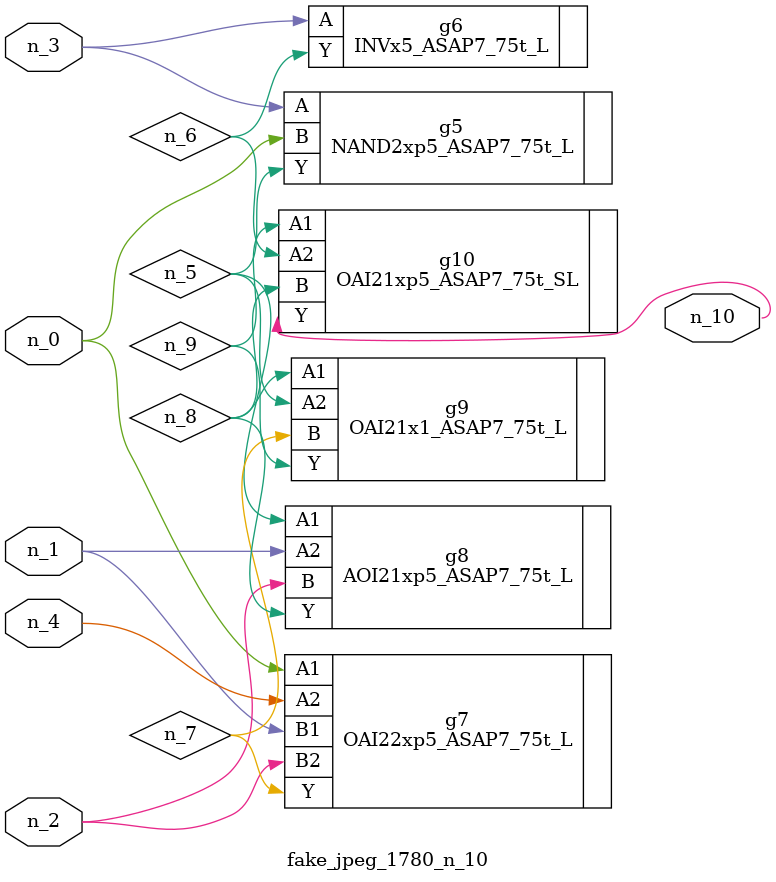
<source format=v>
module fake_jpeg_1780_n_10 (n_3, n_2, n_1, n_0, n_4, n_10);

input n_3;
input n_2;
input n_1;
input n_0;
input n_4;

output n_10;

wire n_8;
wire n_9;
wire n_6;
wire n_5;
wire n_7;

NAND2xp5_ASAP7_75t_L g5 ( 
.A(n_3),
.B(n_0),
.Y(n_5)
);

INVx5_ASAP7_75t_L g6 ( 
.A(n_3),
.Y(n_6)
);

OAI22xp5_ASAP7_75t_L g7 ( 
.A1(n_0),
.A2(n_4),
.B1(n_1),
.B2(n_2),
.Y(n_7)
);

AOI21xp5_ASAP7_75t_L g8 ( 
.A1(n_5),
.A2(n_1),
.B(n_2),
.Y(n_8)
);

OAI21x1_ASAP7_75t_L g9 ( 
.A1(n_8),
.A2(n_5),
.B(n_7),
.Y(n_9)
);

OAI21xp5_ASAP7_75t_SL g10 ( 
.A1(n_9),
.A2(n_6),
.B(n_8),
.Y(n_10)
);


endmodule
</source>
